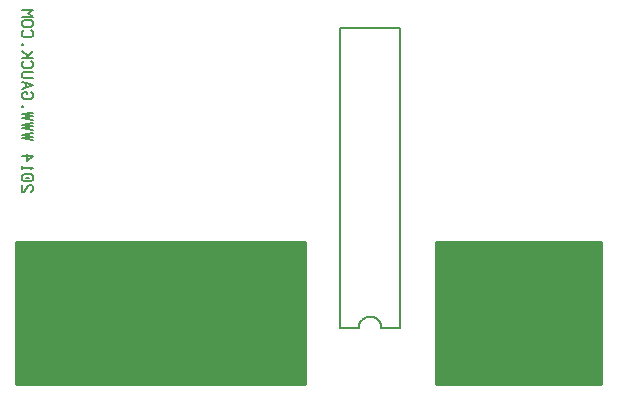
<source format=gbo>
%FSTAX24Y24*%
%MOIN*%
%IN card20pad.gbo *%
%ADD10C,0.0050*%
%ADD11C,0.0057*%
%ADD12C,0.0100*%
D12*X009791Y000125D02*G01X000166D01*X009791Y000175D02*X000166D01*
X009791Y000224D02*X000166D01*X009791Y000273D02*X000166D01*
X009791Y000323D02*X000166D01*X009791Y000372D02*X000166D01*
X009791Y000422D02*X000166D01*X009791Y000471D02*X000166D01*
X009791Y000521D02*X000166D01*X009791Y00057D02*X000166D01*
X009791Y00062D02*X000166D01*X009791Y000669D02*X000166D01*
X009791Y000719D02*X000166D01*X009791Y000768D02*X000166D01*
X009791Y000818D02*X000166D01*X009791Y000867D02*X000166D01*
X009791Y000917D02*X000166D01*X009791Y000966D02*X000166D01*
X009791Y001016D02*X000166D01*X009791Y001065D02*X000166D01*
X009791Y001115D02*X000166D01*X009791Y001164D02*X000166D01*
X009791Y001214D02*X000166D01*X009791Y001263D02*X000166D01*
X009791Y001313D02*X000166D01*X009791Y001362D02*X000166D01*
X009791Y001412D02*X000166D01*X009791Y001461D02*X000166D01*
X009791Y00151D02*X000166D01*X009791Y00156D02*X000166D01*
X009791Y001609D02*X000166D01*X009791Y001659D02*X000166D01*
X009791Y001708D02*X000166D01*X009791Y001758D02*X000166D01*
X009791Y001807D02*X000166D01*X009791Y001857D02*X000166D01*
X009791Y001906D02*X000166D01*X009791Y001956D02*X000166D01*
X009791Y002005D02*X000166D01*X009791Y002055D02*X000166D01*
X009791Y002104D02*X000166D01*X009791Y002154D02*X000166D01*
X009791Y002203D02*X000166D01*X009791Y002253D02*X000166D01*
X009791Y002302D02*X000166D01*X009791Y002352D02*X000166D01*
X009791Y002401D02*X000166D01*X009791Y002451D02*X000166D01*
X009791Y0025D02*X000166D01*X009791Y00255D02*X000166D01*
X009791Y002599D02*X000166D01*X009791Y002648D02*X000166D01*
X009791Y002698D02*X000166D01*X009791Y002747D02*X000166D01*
X009791Y002797D02*X000166D01*X009791Y002846D02*X000166D01*
X009791Y002896D02*X000166D01*X009791Y002945D02*X000166D01*
X009791Y002995D02*X000166D01*X009791Y003044D02*X000166D01*
X009791Y003094D02*X000166D01*X009791Y003143D02*X000166D01*
X009791Y003193D02*X000166D01*X009791Y003242D02*X000166D01*
X009791Y003292D02*X000166D01*X009791Y003341D02*X000166D01*
X009791Y003391D02*X000166D01*X009791Y00344D02*X000166D01*
X009791Y00349D02*X000166D01*X009791Y003539D02*X000166D01*
X009791Y003589D02*X000166D01*X009791Y003638D02*X000166D01*
X009791Y003688D02*X000166D01*X009791Y003737D02*X000166D01*
X009791Y003787D02*X000166D01*X009791Y003836D02*X000166D01*
X009791Y003885D02*X000166D01*X009791Y003935D02*X000166D01*
X009791Y003984D02*X000166D01*X009791Y004034D02*X000166D01*
X009791Y004083D02*X000166D01*X009791Y004133D02*X000166D01*
X009791Y004182D02*X000166D01*X009791Y004232D02*X000166D01*
X009791Y004281D02*X000166D01*X009791Y004331D02*X000166D01*
X009791Y00438D02*X000166D01*X009791Y00443D02*X000166D01*
X009791Y004479D02*X000166D01*X009791Y004529D02*X000166D01*
X009791Y004578D02*X000166D01*X009791Y004628D02*X000166D01*
X009791Y004677D02*X000166D01*X009791Y004727D02*X000166D01*
X009791Y004776D02*X000166D01*X009791Y004826D02*X000166D01*
X014166Y000125D02*X019666D01*X014166Y000175D02*X019666D01*
X014166Y000224D02*X019666D01*X014166Y000273D02*X019666D01*
X014166Y000323D02*X019666D01*X014166Y000372D02*X019666D01*
X014166Y000422D02*X019666D01*X014166Y000471D02*X019666D01*
X014166Y000521D02*X019666D01*X014166Y00057D02*X019666D01*
X014166Y00062D02*X019666D01*X014166Y000669D02*X019666D01*
X014166Y000719D02*X019666D01*X014166Y000768D02*X019666D01*
X014166Y000818D02*X019666D01*X014166Y000867D02*X019666D01*
X014166Y000917D02*X019666D01*X014166Y000966D02*X019666D01*
X014166Y001016D02*X019666D01*X014166Y001065D02*X019666D01*
X014166Y001115D02*X019666D01*X014166Y001164D02*X019666D01*
X014166Y001214D02*X019666D01*X014166Y001263D02*X019666D01*
X014166Y001313D02*X019666D01*X014166Y001362D02*X019666D01*
X014166Y001412D02*X019666D01*X014166Y001461D02*X019666D01*
X014166Y00151D02*X019666D01*X014166Y00156D02*X019666D01*
X014166Y001609D02*X019666D01*X014166Y001659D02*X019666D01*
X014166Y001708D02*X019666D01*X014166Y001758D02*X019666D01*
X014166Y001807D02*X019666D01*X014166Y001857D02*X019666D01*
X014166Y001906D02*X019666D01*X014166Y001956D02*X019666D01*
X014166Y002005D02*X019666D01*X014166Y002055D02*X019666D01*
X014166Y002104D02*X019666D01*X014166Y002154D02*X019666D01*
X014166Y002203D02*X019666D01*X014166Y002253D02*X019666D01*
X014166Y002302D02*X019666D01*X014166Y002352D02*X019666D01*
X014166Y002401D02*X019666D01*X014166Y002451D02*X019666D01*
X014166Y0025D02*X019666D01*X014166Y00255D02*X019666D01*
X014166Y002599D02*X019666D01*X014166Y002648D02*X019666D01*
X014166Y002698D02*X019666D01*X014166Y002747D02*X019666D01*
X014166Y002797D02*X019666D01*X014166Y002846D02*X019666D01*
X014166Y002896D02*X019666D01*X014166Y002945D02*X019666D01*
X014166Y002995D02*X019666D01*X014166Y003044D02*X019666D01*
X014166Y003094D02*X019666D01*X014166Y003143D02*X019666D01*
X014166Y003193D02*X019666D01*X014166Y003242D02*X019666D01*
X014166Y003292D02*X019666D01*X014166Y003341D02*X019666D01*
X014166Y003391D02*X019666D01*X014166Y00344D02*X019666D01*
X014166Y00349D02*X019666D01*X014166Y003539D02*X019666D01*
X014166Y003589D02*X019666D01*X014166Y003638D02*X019666D01*
X014166Y003688D02*X019666D01*X014166Y003737D02*X019666D01*
X014166Y003787D02*X019666D01*X014166Y003836D02*X019666D01*
X014166Y003885D02*X019666D01*X014166Y003935D02*X019666D01*
X014166Y003984D02*X019666D01*X014166Y004034D02*X019666D01*
X014166Y004083D02*X019666D01*X014166Y004133D02*X019666D01*
X014166Y004182D02*X019666D01*X014166Y004232D02*X019666D01*
X014166Y004281D02*X019666D01*X014166Y004331D02*X019666D01*
X014166Y00438D02*X019666D01*X014166Y00443D02*X019666D01*
X014166Y004479D02*X019666D01*X014166Y004529D02*X019666D01*
X014166Y004578D02*X019666D01*X014166Y004628D02*X019666D01*
X014166Y004677D02*X019666D01*X014166Y004727D02*X019666D01*
X014166Y004776D02*X019666D01*X014166Y004826D02*X019666D01*D10*
X012966Y001991D02*Y011991D01*X010966D01*Y001991D01*X011591D01*
X011603Y002088D01*X011641Y002179D01*X0117Y002256D01*X011778Y002316D01*
X011869Y002353D01*X011966Y002366D01*X012063Y002353D01*
X012153Y002316D01*X012231Y002256D01*X01229Y002179D01*X012328Y002088D01*
X012341Y001991D01*X012966D01*D11*X000658Y006541D02*X000716Y006598D01*
Y006713D01*X000658Y00677D01*X000601D01*X000544Y006713D01*
X00043Y006541D01*X000373D01*Y00677D01*X000658Y007113D02*
X000716Y007055D01*Y006941D01*X000658Y006884D01*X00043D01*
X000373Y006941D01*Y007055D01*X00043Y007113D01*X000658D01*
X000601Y006998D02*X000487D01*X000658Y007284D02*X000716Y007341D01*
X000373D01*Y007398D01*Y007341D02*Y007284D01*Y007741D02*X000716D01*
X000516Y00757D01*Y007798D01*X000716Y008255D02*X000373Y008313D01*
X000716Y00837D01*X000373Y008427D01*X000716Y008484D01*Y008598D02*
X000373Y008655D01*X000716Y008713D01*X000373Y00877D01*X000716Y008827D01*
Y008941D02*X000373Y008998D01*X000716Y009055D01*X000373Y009113D01*
X000716Y00917D01*X000373Y00937D02*Y009398D01*X000401D01*Y00937D01*
X000373D01*X000658Y009855D02*X000716Y009798D01*Y009684D01*
X000658Y009627D01*X00043D01*X000373Y009684D01*Y009798D01*
X00043Y009855D01*X000516D01*Y009798D01*X000373Y00997D02*
X000716Y010084D01*X000501Y010155D01*X000373Y010198D01*
X000501Y010155D02*Y010013D01*X000716Y010313D02*X00043D01*
X000373Y01037D01*Y010484D01*X00043Y010541D01*X000716D01*
X000658Y010884D02*X000716Y010827D01*Y010713D01*X000658Y010655D01*
X00043D01*X000373Y010713D01*Y010827D01*X00043Y010884D01*
X000716Y010998D02*X000487D01*X000373D01*X000487D02*X000544Y011055D01*
X000373Y011227D01*X000544Y011055D02*X000716Y011227D01*
X000373Y011427D02*Y011455D01*X000401D01*Y011427D01*X000373D01*
X000658Y011913D02*X000716Y011855D01*Y011741D01*X000658Y011684D01*
X00043D01*X000373Y011741D01*Y011855D01*X00043Y011913D01*
X000658Y012255D02*X000716Y012198D01*Y012084D01*X000658Y012027D01*
X00043D01*X000373Y012084D01*Y012198D01*X00043Y012255D01*X000658D01*
X000373Y01237D02*X000716D01*X000544Y012484D01*X000716Y012598D01*
X000373D01*D12*X019666Y000125D02*Y004875D01*X014166D01*Y000125D01*
X019666D01*X009791D02*Y004875D01*X000166D01*Y000125D01*X009791D01*
M02*
</source>
